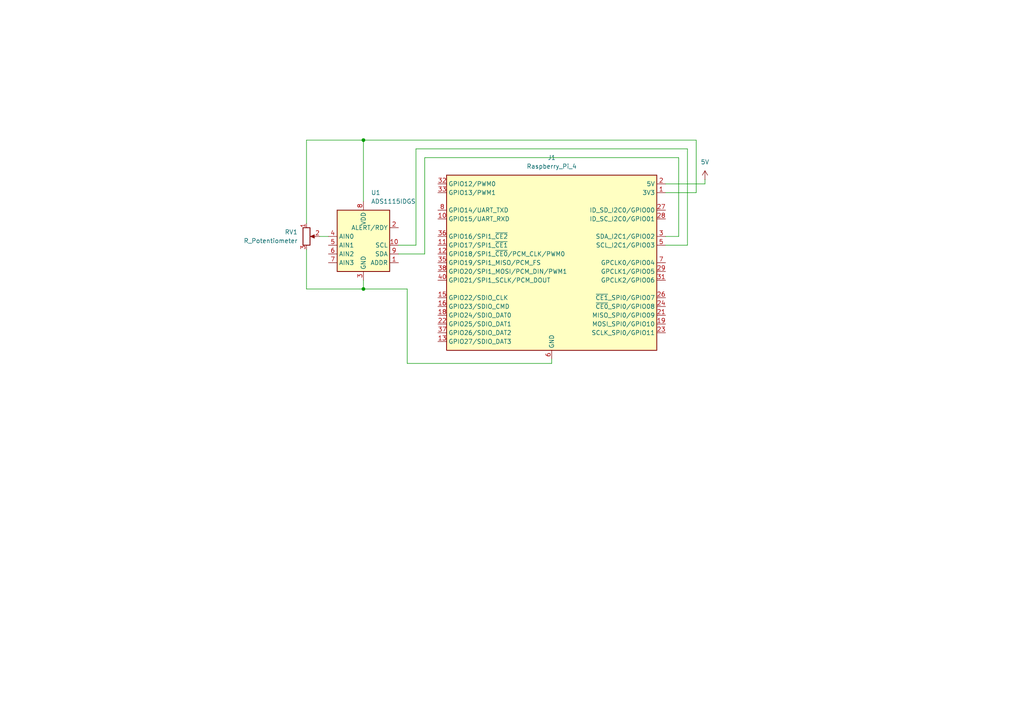
<source format=kicad_sch>
(kicad_sch (version 20231120) (generator "eeschema") (generator_version "8.0")
  (paper "A4")
  (lib_symbols
    (symbol "Analog_ADC:ADS1115IDGS"
      (property "Reference" "U" (at 2.54 13.97 0))
      (property "Value" "ADS1115IDGS" (at 7.62 11.43 0))
      (symbol "ADS1115IDGS_0_1"
        (rectangle (start -7.62 10.16) (end 7.62 -7.62) (stroke (width 0.254)) (fill (type background)))
      )
      (symbol "ADS1115IDGS_1_1"
        (pin input line (at 10.16 -5.08 180) (length 2.54) (name "ADDR") (number "1"))
        (pin input line (at 10.16 0 180) (length 2.54) (name "SCL") (number "10"))
        (pin output line (at 10.16 5.08 180) (length 2.54) (name "ALERT/RDY") (number "2"))
        (pin power_in line (at 0 -10.16 90) (length 2.54) (name "GND") (number "3"))
        (pin input line (at -10.16 2.54 0) (length 2.54) (name "AIN0") (number "4"))
        (pin input line (at -10.16 0 0) (length 2.54) (name "AIN1") (number "5"))
        (pin input line (at -10.16 -2.54 0) (length 2.54) (name "AIN2") (number "6"))
        (pin input line (at -10.16 -5.08 0) (length 2.54) (name "AIN3") (number "7"))
        (pin power_in line (at 0 12.7 270) (length 2.54) (name "VDD") (number "8"))
        (pin bidirectional line (at 10.16 -2.54 180) (length 2.54) (name "SDA") (number "9"))
      )
    )
    (symbol "Connector:Raspberry_Pi_4"
      (property "Reference" "J" (at -17.526 48.768 0))
      (property "Value" "Raspberry_Pi_4" (at 15.748 -26.416 0))
      (symbol "Raspberry_Pi_4_0_1"
        (rectangle (start -30.48 25.4) (end 30.48 -25.4) (stroke (width 0.254)) (fill (type background)))
      )
      (symbol "Raspberry_Pi_4_1_1"
        (pin power_out line (at 33.02 20.32 180) (length 2.54) (name "3V3") (number "1"))
        (pin bidirectional line (at -33.02 12.7 0) (length 2.54) (name "GPIO15/UART_RXD") (number "10"))
        (pin bidirectional line (at -33.02 5.08 0) (length 2.54) (name "GPIO17/SPI1_~{CE1}") (number "11"))
        (pin bidirectional line (at -33.02 2.54 0) (length 2.54) (name "GPIO18/SPI1_~{CE0}/PCM_CLK/PWM0") (number "12"))
        (pin bidirectional line (at -33.02 -22.86 0) (length 2.54) (name "GPIO27/SDIO_DAT3") (number "13"))
        (pin passive line (at 0 -27.94 90) (length 2.54) hide (name "GND") (number "14"))
        (pin bidirectional line (at -33.02 -10.16 0) (length 2.54) (name "GPIO22/SDIO_CLK") (number "15"))
        (pin bidirectional line (at -33.02 -12.7 0) (length 2.54) (name "GPIO23/SDIO_CMD") (number "16"))
        (pin passive line (at 33.02 20.32 180) (length 2.54) hide (name "3V3") (number "17"))
        (pin bidirectional line (at -33.02 -15.24 0) (length 2.54) (name "GPIO24/SDIO_DAT0") (number "18"))
        (pin bidirectional line (at 33.02 -17.78 180) (length 2.54) (name "MOSI_SPI0/GPIO10") (number "19"))
        (pin power_out line (at 33.02 22.86 180) (length 2.54) (name "5V") (number "2"))
        (pin passive line (at 0 -27.94 90) (length 2.54) hide (name "GND") (number "20"))
        (pin bidirectional line (at 33.02 -15.24 180) (length 2.54) (name "MISO_SPI0/GPIO09") (number "21"))
        (pin bidirectional line (at -33.02 -17.78 0) (length 2.54) (name "GPIO25/SDIO_DAT1") (number "22"))
        (pin bidirectional line (at 33.02 -20.32 180) (length 2.54) (name "SCLK_SPI0/GPIO11") (number "23"))
        (pin bidirectional line (at 33.02 -12.7 180) (length 2.54) (name "~{CE0}_SPI0/GPIO08") (number "24"))
        (pin passive line (at 0 -27.94 90) (length 2.54) hide (name "GND") (number "25"))
        (pin bidirectional line (at 33.02 -10.16 180) (length 2.54) (name "~{CE1}_SPI0/GPIO07") (number "26"))
        (pin bidirectional line (at 33.02 15.24 180) (length 2.54) (name "ID_SD_I2C0/GPIO00") (number "27"))
        (pin bidirectional line (at 33.02 12.7 180) (length 2.54) (name "ID_SC_I2C0/GPIO01") (number "28"))
        (pin bidirectional line (at 33.02 -2.54 180) (length 2.54) (name "GPCLK1/GPIO05") (number "29"))
        (pin bidirectional line (at 33.02 7.62 180) (length 2.54) (name "SDA_I2C1/GPIO02") (number "3"))
        (pin passive line (at 0 -27.94 90) (length 2.54) hide (name "GND") (number "30"))
        (pin bidirectional line (at 33.02 -5.08 180) (length 2.54) (name "GPCLK2/GPIO06") (number "31"))
        (pin bidirectional line (at -33.02 22.86 0) (length 2.54) (name "GPIO12/PWM0") (number "32"))
        (pin bidirectional line (at -33.02 20.32 0) (length 2.54) (name "GPIO13/PWM1") (number "33"))
        (pin passive line (at 0 -27.94 90) (length 2.54) hide (name "GND") (number "34"))
        (pin bidirectional line (at -33.02 0 0) (length 2.54) (name "GPIO19/SPI1_MISO/PCM_FS") (number "35"))
        (pin bidirectional line (at -33.02 7.62 0) (length 2.54) (name "GPIO16/SPI1_~{CE2}") (number "36"))
        (pin bidirectional line (at -33.02 -20.32 0) (length 2.54) (name "GPIO26/SDIO_DAT2") (number "37"))
        (pin bidirectional line (at -33.02 -2.54 0) (length 2.54) (name "GPIO20/SPI1_MOSI/PCM_DIN/PWM1") (number "38"))
        (pin passive line (at 0 -27.94 90) (length 2.54) hide (name "GND") (number "39"))
        (pin passive line (at 33.02 22.86 180) (length 2.54) hide (name "5V") (number "4"))
        (pin bidirectional line (at -33.02 -5.08 0) (length 2.54) (name "GPIO21/SPI1_SCLK/PCM_DOUT") (number "40"))
        (pin bidirectional line (at 33.02 5.08 180) (length 2.54) (name "SCL_I2C1/GPIO03") (number "5"))
        (pin power_out line (at 0 -27.94 90) (length 2.54) (name "GND") (number "6"))
        (pin bidirectional line (at 33.02 0 180) (length 2.54) (name "GPCLK0/GPIO04") (number "7"))
        (pin bidirectional line (at -33.02 15.24 0) (length 2.54) (name "GPIO14/UART_TXD") (number "8"))
        (pin passive line (at 0 -27.94 90) (length 2.54) hide (name "GND") (number "9"))
      )
    )
    (symbol "Device:R_Potentiometer" (pin_names (offset 1.016) hide)
      (property "Reference" "RV" (at -4.445 0 90))
      (property "Value" "R_Potentiometer" (at -2.54 0 90))
      (symbol "R_Potentiometer_0_1"
        (polyline (pts (xy 2.54 0) (xy 1.524 0)))
        (polyline (pts (xy 1.143 0) (xy 2.286 0.508) (xy 2.286 -0.508) (xy 1.143 0)) (fill (type outline)))
        (rectangle (start 1.016 2.54) (end -1.016 -2.54) (stroke (width 0.254)))
      )
      (symbol "R_Potentiometer_1_1"
        (pin passive line (at 0 3.81 270) (length 1.27) (name "1") (number "1"))
        (pin passive line (at 3.81 0 180) (length 1.27) (name "2") (number "2"))
        (pin passive line (at 0 -3.81 90) (length 1.27) (name "3") (number "3"))
      )
    )
    (symbol "power:VCC" (power) (pin_numbers hide) (pin_names (offset 0) hide)
      (property "Value" "VCC" (at 0 3.556 0))
      (symbol "VCC_0_1"
        (polyline (pts (xy -0.762 1.27) (xy 0 2.54)))
        (polyline (pts (xy 0 0) (xy 0 2.54)))
        (polyline (pts (xy 0 2.54) (xy 0.762 1.27)))
      )
      (symbol "VCC_1_1"
        (pin power_in line (at 0 0 90) (length 0) (name "~") (number "1"))
      )
    )
  )
  (junction (at 105.41 83.82))
  (junction (at 105.41 40.64))
  (wire (pts (xy 123.19 45.72) (xy 123.19 73.66)))
  (wire (pts (xy 160.02 105.41) (xy 160.02 104.14)))
  (wire (pts (xy 105.41 83.82) (xy 105.41 81.28)))
  (wire (pts (xy 199.39 43.18) (xy 120.65 43.18)))
  (wire (pts (xy 193.04 71.12) (xy 199.39 71.12)))
  (wire (pts (xy 196.85 68.58) (xy 196.85 45.72)))
  (wire (pts (xy 193.04 53.34) (xy 204.47 53.34)))
  (wire (pts (xy 88.9 64.77) (xy 88.9 40.64)))
  (wire (pts (xy 199.39 71.12) (xy 199.39 43.18)))
  (wire (pts (xy 201.93 40.64) (xy 105.41 40.64)))
  (wire (pts (xy 193.04 68.58) (xy 196.85 68.58)))
  (wire (pts (xy 92.71 68.58) (xy 95.25 68.58)))
  (wire (pts (xy 88.9 83.82) (xy 105.41 83.82)))
  (wire (pts (xy 118.11 83.82) (xy 105.41 83.82)))
  (wire (pts (xy 120.65 43.18) (xy 120.65 71.12)))
  (wire (pts (xy 88.9 40.64) (xy 105.41 40.64)))
  (wire (pts (xy 196.85 45.72) (xy 123.19 45.72)))
  (wire (pts (xy 120.65 71.12) (xy 115.57 71.12)))
  (wire (pts (xy 88.9 72.39) (xy 88.9 83.82)))
  (wire (pts (xy 193.04 55.88) (xy 201.93 55.88)))
  (wire (pts (xy 201.93 55.88) (xy 201.93 40.64)))
  (wire (pts (xy 105.41 40.64) (xy 105.41 58.42)))
  (wire (pts (xy 123.19 73.66) (xy 115.57 73.66)))
  (wire (pts (xy 204.47 53.34) (xy 204.47 52.07)))
  (wire (pts (xy 160.02 105.41) (xy 118.11 105.41)))
  (wire (pts (xy 118.11 105.41) (xy 118.11 83.82)))
  (symbol (lib_id "power:VCC") (at 204.47 52.07 0) (unit 1)
    (property "Reference" "#PWR01" (effects (hide yes)))
    (property "Value" "5V" (at 204.47 46.99 0))
    (property "Description" "Power symbol creates a global label with name \"VCC\"" (effects (hide yes)))
  )
  (symbol (lib_id "Connector:Raspberry_Pi_4") (at 160.02 76.2 0) (unit 1)
    (property "Reference" "J1" (at 160.02 45.72 0))
    (property "Value" "Raspberry_Pi_4" (at 160.02 48.26 0))
    (property "Datasheet" "https://datasheets.raspberrypi.com/rpi4/raspberry-pi-4-datasheet.pdf" (effects (hide yes)))
    (property "Description" "Raspberry Pi 4 Model B" (effects (hide yes)))
  )
  (symbol (lib_id "Analog_ADC:ADS1115IDGS") (at 105.41 71.12 0) (unit 1)
    (property "Reference" "U1" (at 107.6041 55.88 0) (effects (justify left)))
    (property "Value" "ADS1115IDGS" (at 107.6041 58.42 0) (effects (justify left)))
    (property "Footprint" "Package_SO:TSSOP-10_3x3mm_P0.5mm" (effects (hide yes)))
    (property "Datasheet" "http://www.ti.com/lit/ds/symlink/ads1113.pdf" (effects (hide yes)))
    (property "Description" "Ultra-Small, Low-Power, I2C-Compatible, 860-SPS, 16-Bit ADCs With Internal Reference, Oscillator, and Programmable Comparator, VSSOP-10" (effects (hide yes)))
  )
  (symbol (lib_id "Device:R_Potentiometer") (at 88.9 68.58 0) (unit 1)
    (property "Reference" "RV1" (at 86.36 67.3099 0) (effects (justify right)))
    (property "Value" "R_Potentiometer" (at 86.36 69.8499 0) (effects (justify right)))
    (property "Description" "Potentiometer" (effects (hide yes)))
  )
)
</source>
